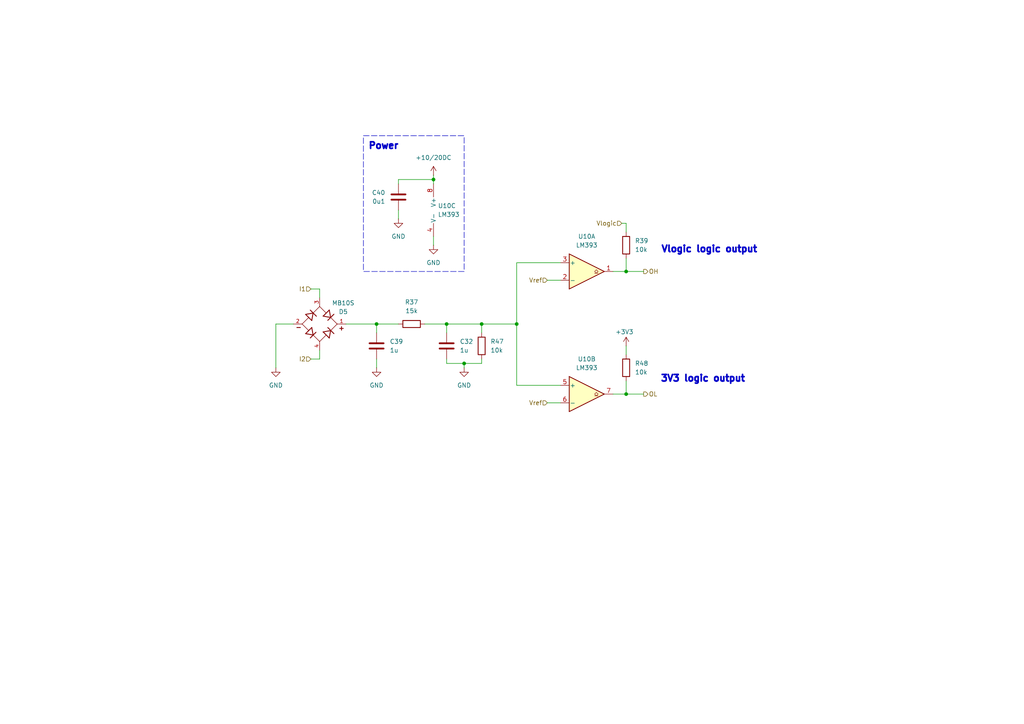
<source format=kicad_sch>
(kicad_sch (version 20250114) (generator "eeschema") (generator_version "9.0")
  (paper "A4")
  (lib_symbols
    (symbol "Comparator:LM393" (pin_names (offset 0.127))
      (property "Reference" "U" (at 3.81 3.81 0))
      (property "Value" "LM393" (at 6.35 -3.81 0))
      (symbol "LM393_1_1"
        (polyline (pts (xy -5.08 5.08) (xy 5.08 0) (xy -5.08 -5.08) (xy -5.08 5.08)) (stroke (width 0.254)) (fill (type background)))
        (polyline (pts (xy 3.302 -0.508) (xy 2.794 -0.508) (xy 3.302 0) (xy 2.794 0.508) (xy 2.286 0) (xy 2.794 -0.508) (xy 2.286 -0.508)) (stroke (width 0.127)))
        (pin input line (at -7.62 2.54 0) (length 2.54) (name "+") (number "3"))
        (pin input line (at -7.62 -2.54 0) (length 2.54) (name "-") (number "2"))
        (pin open_collector line (at 7.62 0 180) (length 2.54) (name "~") (number "1"))
      )
      (symbol "LM393_2_1"
        (polyline (pts (xy -5.08 5.08) (xy 5.08 0) (xy -5.08 -5.08) (xy -5.08 5.08)) (stroke (width 0.254)) (fill (type background)))
        (polyline (pts (xy 3.302 -0.508) (xy 2.794 -0.508) (xy 3.302 0) (xy 2.794 0.508) (xy 2.286 0) (xy 2.794 -0.508) (xy 2.286 -0.508)) (stroke (width 0.127)))
        (pin input line (at -7.62 2.54 0) (length 2.54) (name "+") (number "5"))
        (pin input line (at -7.62 -2.54 0) (length 2.54) (name "-") (number "6"))
        (pin open_collector line (at 7.62 0 180) (length 2.54) (name "~") (number "7"))
      )
      (symbol "LM393_3_1"
        (pin power_in line (at -2.54 7.62 270) (length 3.81) (name "V+") (number "8"))
        (pin power_in line (at -2.54 -7.62 90) (length 3.81) (name "V-") (number "4"))
      )
    )
    (symbol "Device:C" (pin_numbers (hide yes)) (pin_names (offset 0.254))
      (property "Reference" "C" (at 0.635 2.54 0))
      (property "Value" "C" (at 0.635 -2.54 0))
      (symbol "C_0_1"
        (polyline (pts (xy -2.032 0.762) (xy 2.032 0.762)) (stroke (width 0.508)))
        (polyline (pts (xy -2.032 -0.762) (xy 2.032 -0.762)) (stroke (width 0.508)))
      )
      (symbol "C_1_1"
        (pin passive line (at 0 3.81 270) (length 2.794) (name "~") (number "1"))
        (pin passive line (at 0 -3.81 90) (length 2.794) (name "~") (number "2"))
      )
    )
    (symbol "Device:R" (pin_numbers (hide yes)) (pin_names (offset 0))
      (property "Reference" "R" (at 2.032 0 90))
      (property "Value" "R" (at 0 0 90))
      (symbol "R_0_1"
        (rectangle (start -1.016 -2.54) (end 1.016 2.54) (stroke (width 0.254)))
      )
      (symbol "R_1_1"
        (pin passive line (at 0 3.81 270) (length 1.27) (name "~") (number "1"))
        (pin passive line (at 0 -3.81 90) (length 1.27) (name "~") (number "2"))
      )
    )
    (symbol "Pers:MB10S" (pin_names (offset 1.016))
      (property "Reference" "D" (at 5.08 5.08 0))
      (property "Value" "MB10S" (at 5.08 -7.62 0))
      (symbol "MB10S_0_0"
        (polyline (pts (xy -6.858 1.27) (xy -5.842 1.27)) (stroke (width 0.254)))
        (polyline (pts (xy -6.35 0.762) (xy -6.35 1.778)) (stroke (width 0.254)))
        (polyline (pts (xy -5.08 0) (xy -3.175 -1.905)) (stroke (width 0.1524)))
        (polyline (pts (xy -3.175 1.905) (xy -5.08 0)) (stroke (width 0.1524)))
        (polyline (pts (xy -3.175 1.905) (xy -2.794 4.064)) (stroke (width 0.254)))
        (polyline (pts (xy -3.175 1.905) (xy -1.016 2.286)) (stroke (width 0.254)))
        (polyline (pts (xy -3.175 -1.905) (xy -2.794 -4.064)) (stroke (width 0.254)))
        (polyline (pts (xy -3.175 -1.905) (xy -1.016 -2.286)) (stroke (width 0.254)))
        (polyline (pts (xy -2.3622 1.016) (xy -4.1402 2.794)) (stroke (width 0.254)))
        (polyline (pts (xy -2.3622 -1.0668) (xy -4.1402 -2.8448)) (stroke (width 0.254)))
        (polyline (pts (xy -1.016 2.286) (xy -2.794 4.064)) (stroke (width 0.254)))
        (polyline (pts (xy -1.016 -2.286) (xy -2.794 -4.064)) (stroke (width 0.254)))
        (polyline (pts (xy 0 5.08) (xy -1.8034 3.2766)) (stroke (width 0.1524)))
        (polyline (pts (xy 0 -5.08) (xy -1.8034 -3.2766)) (stroke (width 0.1524)))
        (polyline (pts (xy 0 -5.08) (xy 1.905 -3.175)) (stroke (width 0.1524)))
        (polyline (pts (xy 1.905 3.175) (xy 0 5.08)) (stroke (width 0.1524)))
        (polyline (pts (xy 1.905 3.175) (xy 2.286 1.016)) (stroke (width 0.254)))
        (polyline (pts (xy 1.905 3.175) (xy 4.064 2.794)) (stroke (width 0.254)))
        (polyline (pts (xy 1.905 -3.175) (xy 2.286 -1.016)) (stroke (width 0.254)))
        (polyline (pts (xy 1.905 -3.175) (xy 4.064 -2.794)) (stroke (width 0.254)))
        (polyline (pts (xy 2.7178 4.0386) (xy 1.0668 2.3876)) (stroke (width 0.254)))
        (polyline (pts (xy 2.7178 -4.0386) (xy 0.9398 -2.2606)) (stroke (width 0.254)))
        (polyline (pts (xy 3.2766 -1.8034) (xy 5.08 0)) (stroke (width 0.1524)))
        (polyline (pts (xy 4.064 2.794) (xy 2.286 1.016)) (stroke (width 0.254)))
        (polyline (pts (xy 4.064 -2.794) (xy 2.286 -1.016)) (stroke (width 0.254)))
        (polyline (pts (xy 5.08 0) (xy 3.2766 1.8034)) (stroke (width 0.1524)))
        (polyline (pts (xy 5.588 1.016) (xy 6.604 1.016)) (stroke (width 0.254)))
        (pin passive line (at -7.62 0 0) (length 2.54) (name "~") (number "1"))
        (pin passive line (at 0 7.62 270) (length 2.54) (name "~") (number "4"))
        (pin passive line (at 0 -7.62 90) (length 2.54) (name "~") (number "3"))
        (pin passive line (at 7.62 0 180) (length 2.54) (name "~") (number "2"))
      )
    )
    (symbol "power:+3V3" (power) (pin_numbers (hide yes)) (pin_names (offset 0) (hide yes))
      (property "Value" "+3V3" (at 0 3.556 0))
      (symbol "+3V3_0_1"
        (polyline (pts (xy -0.762 1.27) (xy 0 2.54)))
        (polyline (pts (xy 0 2.54) (xy 0.762 1.27)))
        (polyline (pts (xy 0 0) (xy 0 2.54)))
      )
      (symbol "+3V3_1_1"
        (pin power_in line (at 0 0 90) (length 0) (name "~") (number "1"))
      )
    )
    (symbol "power:GND" (power) (pin_numbers (hide yes)) (pin_names (offset 0) (hide yes))
      (property "Value" "GND" (at 0 -3.81 0))
      (symbol "GND_0_1"
        (polyline (pts (xy 0 0) (xy 0 -1.27) (xy 1.27 -1.27) (xy 0 -2.54) (xy -1.27 -1.27) (xy 0 -1.27)))
      )
      (symbol "GND_1_1"
        (pin power_in line (at 0 0 270) (length 0) (name "~") (number "1"))
      )
    )
    (symbol "power:VCC" (power) (pin_numbers (hide yes)) (pin_names (offset 0) (hide yes))
      (property "Value" "VCC" (at 0 3.556 0))
      (symbol "VCC_0_1"
        (polyline (pts (xy -0.762 1.27) (xy 0 2.54)))
        (polyline (pts (xy 0 2.54) (xy 0.762 1.27)))
        (polyline (pts (xy 0 0) (xy 0 2.54)))
      )
      (symbol "VCC_1_1"
        (pin power_in line (at 0 0 90) (length 0) (name "~") (number "1"))
      )
    )
  )
  (rectangle (start 105.41 39.37) (end 134.62 78.74) (stroke (width 0) (type dash)))
  (text "Power" (at 111.252 42.418 0) (effects (font (size 1.905 1.905) (thickness 0.508) (bold yes))))
  (text "3V3 logic output" (at 203.8952 109.9011 0) (effects (font (size 1.905 1.905) (thickness 0.508) (bold yes))))
  (text "Vlogic logic output" (at 205.74 72.39 0) (effects (font (size 1.905 1.905) (thickness 0.508) (bold yes))))
  (junction (at 125.73 52.07))
  (junction (at 109.22 93.98))
  (junction (at 149.86 93.98))
  (junction (at 139.7 93.98))
  (junction (at 134.62 105.41))
  (junction (at 181.61 78.74))
  (junction (at 181.61 114.3))
  (junction (at 129.54 93.98))
  (wire (pts (xy 181.61 78.74) (xy 186.69 78.74)))
  (wire (pts (xy 125.73 52.07) (xy 125.73 53.34)))
  (wire (pts (xy 125.73 68.58) (xy 125.73 71.12)))
  (wire (pts (xy 129.54 105.41) (xy 134.62 105.41)))
  (wire (pts (xy 90.17 104.14) (xy 92.71 104.14)))
  (wire (pts (xy 180.34 64.77) (xy 181.61 64.77)))
  (wire (pts (xy 149.86 76.2) (xy 162.56 76.2)))
  (wire (pts (xy 115.57 93.98) (xy 109.22 93.98)))
  (wire (pts (xy 92.71 104.14) (xy 92.71 101.6)))
  (wire (pts (xy 181.61 114.3) (xy 177.8 114.3)))
  (wire (pts (xy 149.86 93.98) (xy 149.86 76.2)))
  (wire (pts (xy 149.86 111.76) (xy 162.56 111.76)))
  (wire (pts (xy 181.61 114.3) (xy 186.69 114.3)))
  (wire (pts (xy 134.62 105.41) (xy 134.62 106.68)))
  (wire (pts (xy 129.54 93.98) (xy 129.54 96.52)))
  (wire (pts (xy 85.09 93.98) (xy 80.01 93.98)))
  (wire (pts (xy 158.75 116.84) (xy 162.56 116.84)))
  (wire (pts (xy 109.22 96.52) (xy 109.22 93.98)))
  (wire (pts (xy 129.54 93.98) (xy 123.19 93.98)))
  (wire (pts (xy 125.73 52.07) (xy 115.57 52.07)))
  (wire (pts (xy 92.71 86.36) (xy 92.71 83.82)))
  (wire (pts (xy 134.62 105.41) (xy 139.7 105.41)))
  (wire (pts (xy 109.22 93.98) (xy 100.33 93.98)))
  (wire (pts (xy 109.22 104.14) (xy 109.22 106.68)))
  (wire (pts (xy 139.7 93.98) (xy 129.54 93.98)))
  (wire (pts (xy 181.61 64.77) (xy 181.61 67.31)))
  (wire (pts (xy 149.86 93.98) (xy 149.86 111.76)))
  (wire (pts (xy 80.01 93.98) (xy 80.01 106.68)))
  (wire (pts (xy 92.71 83.82) (xy 90.17 83.82)))
  (wire (pts (xy 139.7 104.14) (xy 139.7 105.41)))
  (wire (pts (xy 158.75 81.28) (xy 162.56 81.28)))
  (wire (pts (xy 181.61 100.33) (xy 181.61 102.87)))
  (wire (pts (xy 129.54 104.14) (xy 129.54 105.41)))
  (wire (pts (xy 139.7 93.98) (xy 149.86 93.98)))
  (wire (pts (xy 181.61 78.74) (xy 177.8 78.74)))
  (wire (pts (xy 125.73 50.8) (xy 125.73 52.07)))
  (wire (pts (xy 181.61 74.93) (xy 181.61 78.74)))
  (wire (pts (xy 115.57 52.07) (xy 115.57 53.34)))
  (wire (pts (xy 139.7 96.52) (xy 139.7 93.98)))
  (wire (pts (xy 181.61 110.49) (xy 181.61 114.3)))
  (wire (pts (xy 115.57 60.96) (xy 115.57 63.5)))
  (hierarchical_label "I2" (shape input) (at 90.17 104.14 180))
  (hierarchical_label "Vref" (shape input) (at 158.75 116.84 180))
  (hierarchical_label "Vref" (shape input) (at 158.75 81.28 180))
  (hierarchical_label "OL" (shape output) (at 186.69 114.3 0))
  (hierarchical_label "OH" (shape output) (at 186.69 78.74 0))
  (hierarchical_label "Vlogic" (shape input) (at 180.34 64.77 180))
  (hierarchical_label "I1" (shape input) (at 90.17 83.82 180))
  (symbol (lib_id "Device:R") (at 181.61 106.68 0) (unit 1)
    (property "Reference" "R48" (at 184.15 105.4099 0) (effects (justify left)))
    (property "Value" "10k" (at 184.15 107.9499 0) (effects (justify left)))
    (property "Description" "Resistor" (effects (hide yes)))
  )
  (symbol (lib_id "power:GND") (at 125.73 71.12 0) (unit 1)
    (property "Reference" "#PWR059" (effects (hide yes)))
    (property "Value" "GND" (at 125.73 76.2 0))
    (property "Description" "Power symbol creates a global label with name \"GND\" , ground" (effects (hide yes)))
  )
  (symbol (lib_id "power:VCC") (at 125.73 50.8 0) (unit 1)
    (property "Reference" "#PWR060" (effects (hide yes)))
    (property "Value" "+10/20DC" (at 125.73 45.72 0))
    (property "Description" "Power symbol creates a global label with name \"VCC\"" (effects (hide yes)))
  )
  (symbol (lib_id "power:GND") (at 115.57 63.5 0) (unit 1)
    (property "Reference" "#PWR061" (effects (hide yes)))
    (property "Value" "GND" (at 115.57 68.58 0))
    (property "Description" "Power symbol creates a global label with name \"GND\" , ground" (effects (hide yes)))
  )
  (symbol (lib_id "power:+3V3") (at 181.61 100.33 0) (mirror y) (unit 1)
    (property "Reference" "#PWR062" (effects (hide yes)))
    (property "Value" "+3V3" (at 181.102 96.266 0))
    (property "Description" "Power symbol creates a global label with name \"+3V3\"" (effects (hide yes)))
  )
  (symbol (lib_id "Device:R") (at 119.38 93.98 90) (unit 1)
    (property "Reference" "R37" (at 119.38 87.63 90))
    (property "Value" "15k" (at 119.38 90.17 90))
    (property "Description" "Resistor" (effects (hide yes)))
  )
  (symbol (lib_id "Comparator:LM393") (at 128.27 60.96 0) (unit 3)
    (property "Reference" "U10" (at 127 59.6899 0) (effects (justify left)))
    (property "Value" "LM393" (at 127 62.2299 0) (effects (justify left)))
    (property "Datasheet" "http://www.ti.com/lit/ds/symlink/lm393.pdf" (effects (hide yes)))
    (property "Description" "Low-Power, Low-Offset Voltage, Dual Comparators, DIP-8/SOIC-8/TO-99-8" (effects (hide yes)))
  )
  (symbol (lib_id "Device:C") (at 115.57 57.15 0) (unit 1)
    (property "Reference" "C40" (at 111.76 55.8799 0) (effects (justify right)))
    (property "Value" "0u1" (at 111.76 58.4199 0) (effects (justify right)))
    (property "Description" "Unpolarized capacitor" (effects (hide yes)))
  )
  (symbol (lib_id "Pers:MB10S") (at 92.71 93.98 180) (unit 1)
    (property "Reference" "D5" (at 99.568 90.424 0))
    (property "Value" "MB10S" (at 99.568 87.884 0))
    (property "Footprint" "Pers:SOIC245P670X290-4N" (effects (hide yes)))
    (property "Datasheet" "MB10S Series 0.5 A 1000 V Low Leakage SMT Bridge Rectifier - SOIC-4" (effects (hide yes)))
    (property "MF" "ON Semiconductor" (effects (hide yes)))
    (property "PACKAGE" "SOIC-4 ON Semiconductor" (effects (hide yes)))
    (property "AVAILABILITY" "Unavailable" (effects (hide yes)))
  )
  (symbol (lib_id "Device:C") (at 129.54 100.33 0) (unit 1)
    (property "Reference" "C32" (at 133.35 99.0599 0) (effects (justify left)))
    (property "Value" "1u" (at 133.35 101.5999 0) (effects (justify left)))
    (property "Description" "Unpolarized capacitor" (effects (hide yes)))
  )
  (symbol (lib_id "power:GND") (at 134.62 106.68 0) (unit 1)
    (property "Reference" "#PWR058" (effects (hide yes)))
    (property "Value" "GND" (at 134.62 111.76 0))
    (property "Description" "Power symbol creates a global label with name \"GND\" , ground" (effects (hide yes)))
  )
  (symbol (lib_id "Device:C") (at 109.22 100.33 0) (unit 1)
    (property "Reference" "C39" (at 113.03 99.0599 0) (effects (justify left)))
    (property "Value" "1u" (at 113.03 101.5999 0) (effects (justify left)))
    (property "Description" "Unpolarized capacitor" (effects (hide yes)))
  )
  (symbol (lib_id "power:GND") (at 80.01 106.68 0) (unit 1)
    (property "Reference" "#PWR?" (effects (hide yes)))
    (property "Value" "GND" (at 80.01 111.76 0))
    (property "Description" "Power symbol creates a global label with name \"GND\" , ground" (effects (hide yes)))
  )
  (symbol (lib_id "Comparator:LM393") (at 170.18 78.74 0) (unit 1)
    (property "Reference" "U10" (at 170.18 68.58 0))
    (property "Value" "LM393" (at 170.18 71.12 0))
    (property "Datasheet" "http://www.ti.com/lit/ds/symlink/lm393.pdf" (effects (hide yes)))
    (property "Description" "Low-Power, Low-Offset Voltage, Dual Comparators, DIP-8/SOIC-8/TO-99-8" (effects (hide yes)))
  )
  (symbol (lib_id "power:GND") (at 109.22 106.68 0) (unit 1)
    (property "Reference" "#PWR054" (effects (hide yes)))
    (property "Value" "GND" (at 109.22 111.76 0))
    (property "Description" "Power symbol creates a global label with name \"GND\" , ground" (effects (hide yes)))
  )
  (symbol (lib_id "Device:R") (at 139.7 100.33 0) (unit 1)
    (property "Reference" "R47" (at 142.24 99.0599 0) (effects (justify left)))
    (property "Value" "10k" (at 142.24 101.5999 0) (effects (justify left)))
    (property "Description" "Resistor" (effects (hide yes)))
  )
  (symbol (lib_id "Device:R") (at 181.61 71.12 0) (unit 1)
    (property "Reference" "R39" (at 184.15 69.8499 0) (effects (justify left)))
    (property "Value" "10k" (at 184.15 72.3899 0) (effects (justify left)))
    (property "Description" "Resistor" (effects (hide yes)))
  )
  (symbol (lib_id "Comparator:LM393") (at 170.18 114.3 0) (unit 2)
    (property "Reference" "U10" (at 170.18 104.14 0))
    (property "Value" "LM393" (at 170.18 106.68 0))
    (property "Datasheet" "http://www.ti.com/lit/ds/symlink/lm393.pdf" (effects (hide yes)))
    (property "Description" "Low-Power, Low-Offset Voltage, Dual Comparators, DIP-8/SOIC-8/TO-99-8" (effects (hide yes)))
  )
)
</source>
